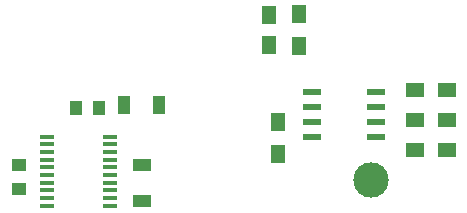
<source format=gtp>
G04 #@! TF.FileFunction,Paste,Top*
%FSLAX46Y46*%
G04 Gerber Fmt 4.6, Leading zero omitted, Abs format (unit mm)*
G04 Created by KiCad (PCBNEW 0.201506222247+5806~23~ubuntu14.04.1-product) date Tue 30 Jun 2015 21:50:21 CEST*
%MOMM*%
G01*
G04 APERTURE LIST*
%ADD10C,0.100000*%
%ADD11R,1.250000X1.500000*%
%ADD12R,1.300000X1.500000*%
%ADD13R,1.500000X1.300000*%
%ADD14C,2.999740*%
%ADD15R,1.550000X0.600000*%
%ADD16R,1.000000X1.250000*%
%ADD17R,1.000000X1.600000*%
%ADD18R,1.250000X1.000000*%
%ADD19R,1.600000X1.000000*%
%ADD20R,1.270000X0.406400*%
G04 APERTURE END LIST*
D10*
D11*
X153924000Y-86380000D03*
X153924000Y-88880000D03*
D12*
X154686000Y-98124000D03*
X154686000Y-95424000D03*
D13*
X168990000Y-97790000D03*
X166290000Y-97790000D03*
D12*
X156464000Y-88980000D03*
X156464000Y-86280000D03*
D13*
X168990000Y-92710000D03*
X166290000Y-92710000D03*
X166290000Y-95250000D03*
X168990000Y-95250000D03*
D14*
X162560000Y-100330000D03*
D15*
X162974000Y-96647000D03*
X162974000Y-95377000D03*
X162974000Y-94107000D03*
X162974000Y-92837000D03*
X157574000Y-92837000D03*
X157574000Y-94107000D03*
X157574000Y-95377000D03*
X157574000Y-96647000D03*
D16*
X139557000Y-94234000D03*
X137557000Y-94234000D03*
D17*
X141629000Y-93980000D03*
X144629000Y-93980000D03*
D18*
X132715000Y-99076000D03*
X132715000Y-101076000D03*
D19*
X143129000Y-99084000D03*
X143129000Y-102084000D03*
D20*
X135128000Y-96647000D03*
X135128000Y-97282000D03*
X135128000Y-97942400D03*
X135128000Y-98602800D03*
X135128000Y-99237800D03*
X135128000Y-99898200D03*
X135128000Y-100558600D03*
X135128000Y-101193600D03*
X135128000Y-101854000D03*
X135128000Y-102489000D03*
X140462000Y-102489000D03*
X140462000Y-101854000D03*
X140462000Y-101193600D03*
X140462000Y-100558600D03*
X140462000Y-99898200D03*
X140462000Y-99237800D03*
X140462000Y-98602800D03*
X140462000Y-97942400D03*
X140462000Y-97282000D03*
X140462000Y-96647000D03*
M02*

</source>
